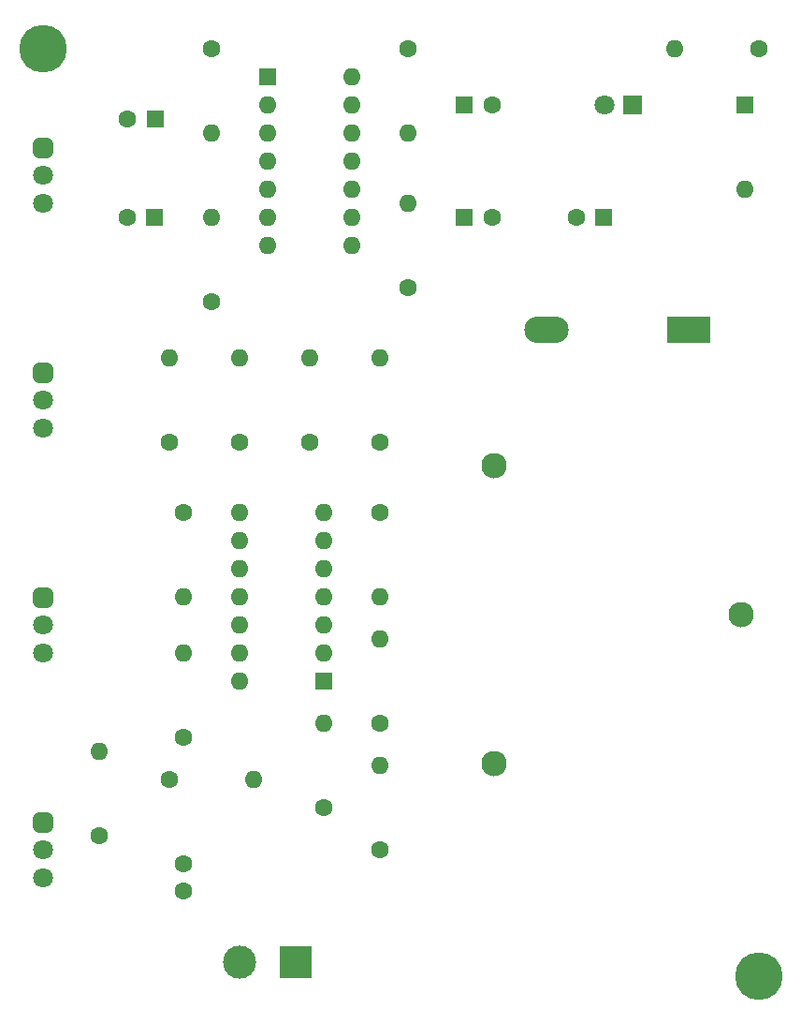
<source format=gbr>
%TF.GenerationSoftware,KiCad,Pcbnew,7.0.10*%
%TF.CreationDate,2024-02-01T18:49:45+01:00*%
%TF.ProjectId,lux106_1_1,6c757831-3036-45f3-915f-312e6b696361,rev?*%
%TF.SameCoordinates,Original*%
%TF.FileFunction,Soldermask,Bot*%
%TF.FilePolarity,Negative*%
%FSLAX46Y46*%
G04 Gerber Fmt 4.6, Leading zero omitted, Abs format (unit mm)*
G04 Created by KiCad (PCBNEW 7.0.10) date 2024-02-01 18:49:45*
%MOMM*%
%LPD*%
G01*
G04 APERTURE LIST*
G04 Aperture macros list*
%AMRoundRect*
0 Rectangle with rounded corners*
0 $1 Rounding radius*
0 $2 $3 $4 $5 $6 $7 $8 $9 X,Y pos of 4 corners*
0 Add a 4 corners polygon primitive as box body*
4,1,4,$2,$3,$4,$5,$6,$7,$8,$9,$2,$3,0*
0 Add four circle primitives for the rounded corners*
1,1,$1+$1,$2,$3*
1,1,$1+$1,$4,$5*
1,1,$1+$1,$6,$7*
1,1,$1+$1,$8,$9*
0 Add four rect primitives between the rounded corners*
20,1,$1+$1,$2,$3,$4,$5,0*
20,1,$1+$1,$4,$5,$6,$7,0*
20,1,$1+$1,$6,$7,$8,$9,0*
20,1,$1+$1,$8,$9,$2,$3,0*%
G04 Aperture macros list end*
%ADD10RoundRect,0.450000X0.450000X0.450000X-0.450000X0.450000X-0.450000X-0.450000X0.450000X-0.450000X0*%
%ADD11C,1.800000*%
%ADD12C,1.600000*%
%ADD13O,1.600000X1.600000*%
%ADD14R,3.000000X3.000000*%
%ADD15C,3.000000*%
%ADD16C,2.300000*%
%ADD17R,4.020000X2.410000*%
%ADD18O,4.020000X2.410000*%
%ADD19R,1.600000X1.600000*%
%ADD20C,4.300000*%
%ADD21R,1.800000X1.800000*%
G04 APERTURE END LIST*
D10*
%TO.C,RV4*%
X81280000Y-105490000D03*
D11*
X81280000Y-107990000D03*
X81280000Y-110490000D03*
%TD*%
D10*
%TO.C,RV1*%
X81280000Y-85170000D03*
D11*
X81280000Y-87670000D03*
X81280000Y-90170000D03*
%TD*%
D12*
%TO.C,R6*%
X92710000Y-91440000D03*
D13*
X92710000Y-83820000D03*
%TD*%
D14*
%TO.C,J1*%
X104140000Y-138430000D03*
D15*
X99060000Y-138430000D03*
%TD*%
D12*
%TO.C,R7*%
X99060000Y-91440000D03*
D13*
X99060000Y-83820000D03*
%TD*%
D12*
%TO.C,R8*%
X105410000Y-91440000D03*
D13*
X105410000Y-83820000D03*
%TD*%
D12*
%TO.C,C6*%
X93980000Y-132040000D03*
X93980000Y-129540000D03*
%TD*%
%TO.C,R3*%
X114300000Y-77475000D03*
D13*
X114300000Y-69855000D03*
%TD*%
D12*
%TO.C,R16*%
X111760000Y-116840000D03*
D13*
X111760000Y-109220000D03*
%TD*%
D16*
%TO.C,BT1*%
X122080000Y-93570000D03*
X144430000Y-107060000D03*
X122080000Y-120540000D03*
D17*
X139700000Y-81280000D03*
D18*
X126820000Y-81280000D03*
%TD*%
D12*
%TO.C,R12*%
X93970000Y-118115000D03*
D13*
X93970000Y-110495000D03*
%TD*%
D19*
%TO.C,U2*%
X106670000Y-113035000D03*
D13*
X106670000Y-110495000D03*
X106670000Y-107955000D03*
X106670000Y-105415000D03*
X106670000Y-102875000D03*
X106670000Y-100335000D03*
X106670000Y-97795000D03*
X99050000Y-97795000D03*
X99050000Y-100335000D03*
X99050000Y-102875000D03*
X99050000Y-105415000D03*
X99050000Y-107955000D03*
X99050000Y-110495000D03*
X99050000Y-113035000D03*
%TD*%
D12*
%TO.C,R10*%
X93970000Y-97795000D03*
D13*
X93970000Y-105415000D03*
%TD*%
D12*
%TO.C,R5*%
X146050000Y-55880000D03*
D13*
X138430000Y-55880000D03*
%TD*%
D10*
%TO.C,RV3*%
X81280000Y-125810000D03*
D11*
X81280000Y-128310000D03*
X81280000Y-130810000D03*
%TD*%
D12*
%TO.C,R14*%
X111750000Y-97790000D03*
D13*
X111750000Y-105410000D03*
%TD*%
D19*
%TO.C,C4*%
X119420000Y-71125000D03*
D12*
X121920000Y-71125000D03*
%TD*%
D19*
%TO.C,C2*%
X91400000Y-71125000D03*
D12*
X88900000Y-71125000D03*
%TD*%
%TO.C,R2*%
X96520000Y-78745000D03*
D13*
X96520000Y-71125000D03*
%TD*%
D12*
%TO.C,R9*%
X111760000Y-91440000D03*
D13*
X111760000Y-83820000D03*
%TD*%
D20*
%TO.C,SCRW 1*%
X81280000Y-55880000D03*
%TD*%
D19*
%TO.C,C3*%
X119420000Y-60965000D03*
D12*
X121920000Y-60965000D03*
%TD*%
%TO.C,R17*%
X106680000Y-124460000D03*
D13*
X106680000Y-116840000D03*
%TD*%
D12*
%TO.C,R4*%
X114300000Y-55885000D03*
D13*
X114300000Y-63505000D03*
%TD*%
D12*
%TO.C,R1*%
X96520000Y-55885000D03*
D13*
X96520000Y-63505000D03*
%TD*%
D20*
%TO.C,SCRW 2*%
X146050000Y-139700000D03*
%TD*%
D21*
%TO.C,D1*%
X134620000Y-60960000D03*
D11*
X132080000Y-60960000D03*
%TD*%
D12*
%TO.C,R11*%
X92710000Y-121920000D03*
D13*
X100330000Y-121920000D03*
%TD*%
D12*
%TO.C,R15*%
X111760000Y-128270000D03*
D13*
X111760000Y-120650000D03*
%TD*%
D19*
%TO.C,C5*%
X132040000Y-71120000D03*
D12*
X129540000Y-71120000D03*
%TD*%
D19*
%TO.C,SW1*%
X144780000Y-60960000D03*
D13*
X144780000Y-68580000D03*
%TD*%
D19*
%TO.C,C1*%
X91440000Y-62235000D03*
D12*
X88940000Y-62235000D03*
%TD*%
D10*
%TO.C,RV2*%
X81280000Y-64850000D03*
D11*
X81280000Y-67350000D03*
X81280000Y-69850000D03*
%TD*%
D12*
%TO.C,R13*%
X86360000Y-127000000D03*
D13*
X86360000Y-119380000D03*
%TD*%
D19*
%TO.C,U1*%
X101610000Y-58420000D03*
D13*
X101610000Y-60960000D03*
X101610000Y-63500000D03*
X101610000Y-66040000D03*
X101610000Y-68580000D03*
X101610000Y-71120000D03*
X101610000Y-73660000D03*
X109230000Y-73660000D03*
X109230000Y-71120000D03*
X109230000Y-68580000D03*
X109230000Y-66040000D03*
X109230000Y-63500000D03*
X109230000Y-60960000D03*
X109230000Y-58420000D03*
%TD*%
M02*

</source>
